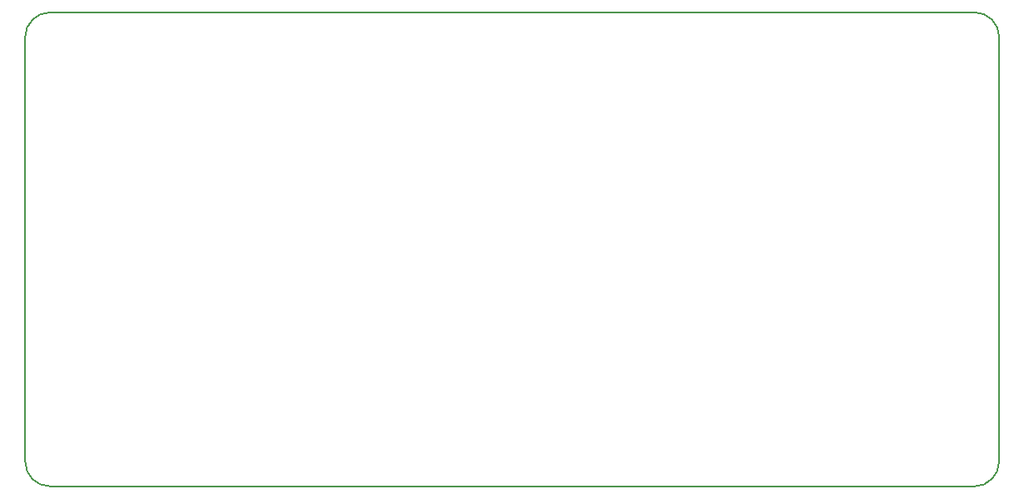
<source format=gbr>
G04 DipTrace 2.2.0.9*
%INBoardOutline.gbr*%
%MOIN*%
%ADD11C,0.006*%
%FSLAX44Y44*%
%SFA1B1*%
%OFA0B0*%
G04*
G70*
G90*
G75*
G01*
%LNBoardOutline*%
%LPD*%
X4940Y3940D2*
D11*
X41940D1*
G03X42940Y4940I0J1000D01*
G01*
Y21940D1*
G03X41940Y22940I-1000J0D01*
G01*
X4940D1*
G03X3940Y21940I0J-1000D01*
G01*
Y4940D1*
G03X4940Y3940I1000J0D01*
G01*
M02*

</source>
